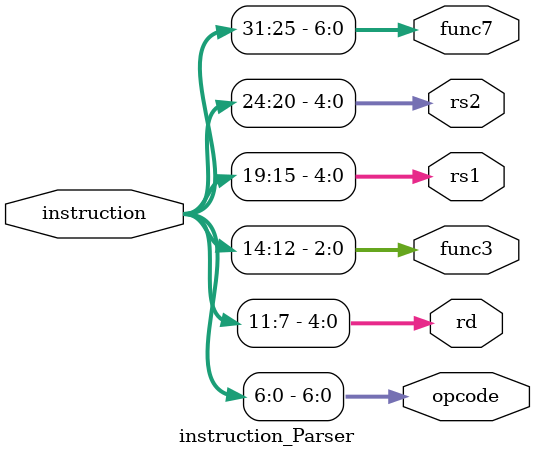
<source format=v>
`timescale 1ns / 1ps

module instruction_Parser(
    input [31:0] instruction,
    output [6:0] opcode,
    output [4:0] rd,
    output [2:0] func3,
    output [4:0] rs1,
    output [4:0] rs2,
    output [6:0] func7
    );
    
    assign opcode = instruction[6:0];
    assign rd = instruction[11:7];
    assign func3 = instruction[14:12];
    assign rs1 = instruction[19:15];
    assign rs2 = instruction[24:20];
    assign func7 = instruction[31:25];
endmodule

</source>
